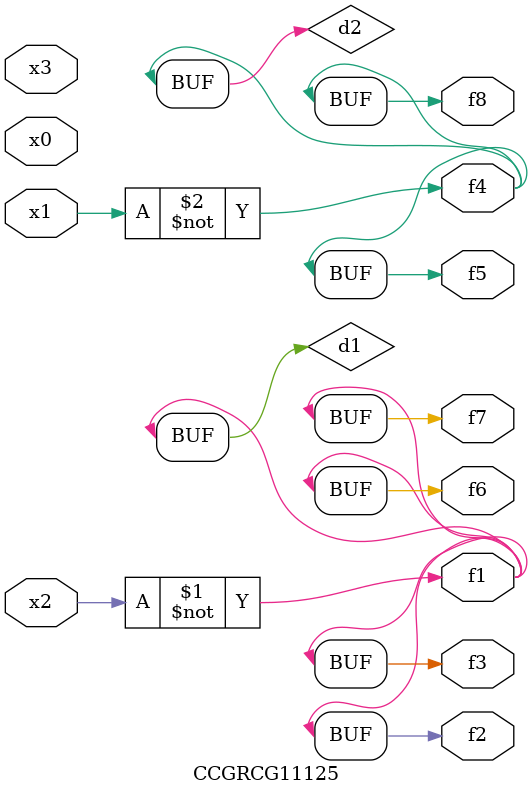
<source format=v>
module CCGRCG11125(
	input x0, x1, x2, x3,
	output f1, f2, f3, f4, f5, f6, f7, f8
);

	wire d1, d2;

	xnor (d1, x2);
	not (d2, x1);
	assign f1 = d1;
	assign f2 = d1;
	assign f3 = d1;
	assign f4 = d2;
	assign f5 = d2;
	assign f6 = d1;
	assign f7 = d1;
	assign f8 = d2;
endmodule

</source>
